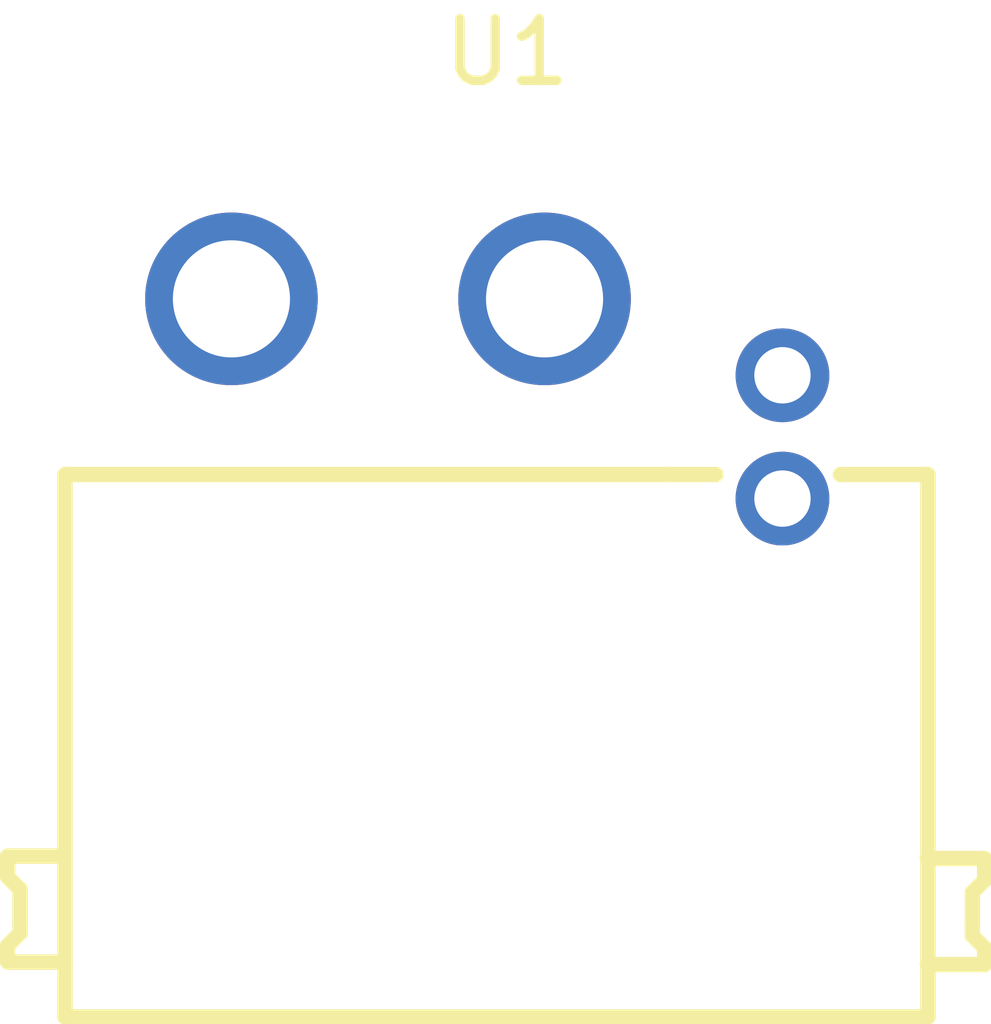
<source format=kicad_pcb>
(kicad_pcb (version 20241229) (generator "atopile") (generator_version "0.4.0-dev0")
  (layers (0 "F.Cu" signal) (31 "B.Cu" signal) (34 "B.Paste" user) (35 "F.Paste" user) (36 "B.SilkS" user "B.Silkscreen") (37 "F.SilkS" user "F.Silkscreen") (38 "B.Mask" user) (39 "F.Mask" user) (44 "Edge.Cuts" user))
  (net 0 "")
  (net 1 "line-1")
  (net 2 "gnd")
  (net 3 "line")
  (net 4 "hv")
  (footprint "atopile:CONN-TH_4P-XT30PW-M-e6a65c" (layer "F.Cu") (at 0 0 0)
    (property "Reference" "U1" (at 0 -5.62 0) (layer "F.SilkS") (hide no))
    (property "Value" "")
    (fp_line (start 6.83 1.23) (end 5.41 1.23) (stroke (width 0.25)) (layer "F.SilkS"))
    (fp_line (start 6.83 1.23) (end 6.83 10.03) (stroke (width 0.25)) (layer "F.SilkS"))
    (fp_line (start 6.83 10.03) (end -7.17 10.03) (stroke (width 0.25)) (layer "F.SilkS"))
    (fp_line (start -7.17 10.03) (end -7.17 1.23) (stroke (width 0.25)) (layer "F.SilkS"))
    (fp_line (start 2.64 1.23) (end 3.39 1.23) (stroke (width 0.25)) (layer "F.SilkS"))
    (fp_line (start 6.82 7.46) (end 7.75 7.46) (stroke (width 0.25)) (layer "F.SilkS"))
    (fp_line (start 7.75 7.46) (end 7.75 7.81) (stroke (width 0.25)) (layer "F.SilkS"))
    (fp_line (start 7.75 7.81) (end 7.55 8.01) (stroke (width 0.25)) (layer "F.SilkS"))
    (fp_line (start 7.55 8.01) (end 7.55 8.55) (stroke (width 0.25)) (layer "F.SilkS"))
    (fp_line (start 7.55 8.55) (end 7.55 8.71) (stroke (width 0.25)) (layer "F.SilkS"))
    (fp_line (start 7.55 8.71) (end 7.75 8.91) (stroke (width 0.25)) (layer "F.SilkS"))
    (fp_line (start 7.75 8.91) (end 7.75 9.18) (stroke (width 0.25)) (layer "F.SilkS"))
    (fp_line (start 7.75 9.18) (end 6.82 9.18) (stroke (width 0.25)) (layer "F.SilkS"))
    (fp_line (start -7.17 7.42) (end -8.1 7.42) (stroke (width 0.25)) (layer "F.SilkS"))
    (fp_line (start -8.1 7.42) (end -8.1 7.76) (stroke (width 0.25)) (layer "F.SilkS"))
    (fp_line (start -8.1 7.76) (end -7.9 7.96) (stroke (width 0.25)) (layer "F.SilkS"))
    (fp_line (start -7.9 7.96) (end -7.9 8.5) (stroke (width 0.25)) (layer "F.SilkS"))
    (fp_line (start -7.9 8.5) (end -7.9 8.67) (stroke (width 0.25)) (layer "F.SilkS"))
    (fp_line (start -7.9 8.67) (end -8.1 8.87) (stroke (width 0.25)) (layer "F.SilkS"))
    (fp_line (start -8.1 8.87) (end -8.1 9.14) (stroke (width 0.25)) (layer "F.SilkS"))
    (fp_line (start -8.1 9.14) (end -7.17 9.14) (stroke (width 0.25)) (layer "F.SilkS"))
    (fp_line (start 2.64 1.23) (end -7.16 1.23) (stroke (width 0.25)) (layer "F.SilkS"))
    (fp_text user "${REFERENCE}" (at 0 -5.62 0) (layer "F.SilkS"))
    (pad "1" thru_hole circle (at -4.47 -1.62 0) (size 2.8 2.8) (drill 1.9000215999999999) (layers "*.Cu" "*.Mask") (net 4 "hv"))
    (pad "2" thru_hole circle (at 0.61 -1.62 0) (size 2.8 2.8) (drill 1.9000215999999999) (layers "*.Cu" "*.Mask") (net 2 "gnd"))
    (pad "3" thru_hole circle (at 4.47 -0.38 0) (size 1.52 1.52) (drill 0.9144) (layers "*.Cu" "*.Mask") (net 1 "line-1"))
    (pad "4" thru_hole circle (at 4.47 1.62 0) (size 1.52 1.52) (drill 0.9144) (layers "*.Cu" "*.Mask") (net 3 "line"))
  )
)
</source>
